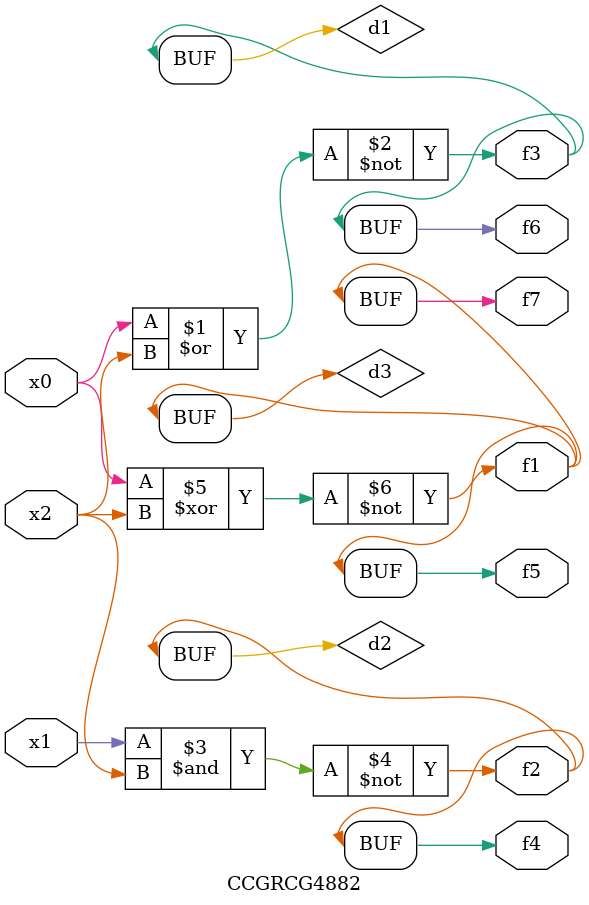
<source format=v>
module CCGRCG4882(
	input x0, x1, x2,
	output f1, f2, f3, f4, f5, f6, f7
);

	wire d1, d2, d3;

	nor (d1, x0, x2);
	nand (d2, x1, x2);
	xnor (d3, x0, x2);
	assign f1 = d3;
	assign f2 = d2;
	assign f3 = d1;
	assign f4 = d2;
	assign f5 = d3;
	assign f6 = d1;
	assign f7 = d3;
endmodule

</source>
